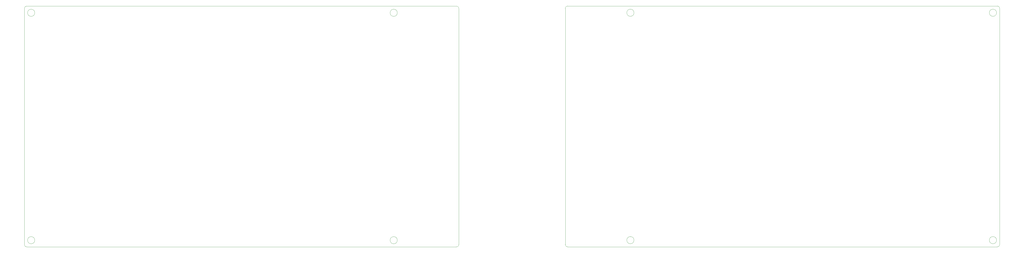
<source format=gbr>
%TF.GenerationSoftware,KiCad,Pcbnew,8.0.8*%
%TF.CreationDate,2025-03-06T07:07:31-06:00*%
%TF.ProjectId,keyboardv2,6b657962-6f61-4726-9476-322e6b696361,rev?*%
%TF.SameCoordinates,Original*%
%TF.FileFunction,Profile,NP*%
%FSLAX46Y46*%
G04 Gerber Fmt 4.6, Leading zero omitted, Abs format (unit mm)*
G04 Created by KiCad (PCBNEW 8.0.8) date 2025-03-06 07:07:31*
%MOMM*%
%LPD*%
G01*
G04 APERTURE LIST*
%TA.AperFunction,Profile*%
%ADD10C,0.050000*%
%TD*%
G04 APERTURE END LIST*
D10*
X226920000Y-69350000D02*
X226920000Y-69277500D01*
X452485000Y-69255000D02*
X452485000Y-167755000D01*
X451485000Y-68255000D02*
X413235000Y-68255000D01*
X452485000Y-167755000D02*
G75*
G02*
X451485000Y-168755000I-1000000J0D01*
G01*
X45770000Y-69277500D02*
X45770000Y-167777500D01*
X451185000Y-165955000D02*
G75*
G02*
X448185000Y-165955000I-1500000J0D01*
G01*
X448185000Y-165955000D02*
G75*
G02*
X451185000Y-165955000I1500000J0D01*
G01*
X201270000Y-71077500D02*
G75*
G02*
X198270000Y-71077500I-1500000J0D01*
G01*
X198270000Y-71077500D02*
G75*
G02*
X201270000Y-71077500I1500000J0D01*
G01*
X299985000Y-165955000D02*
G75*
G02*
X296985000Y-165955000I-1500000J0D01*
G01*
X296985000Y-165955000D02*
G75*
G02*
X299985000Y-165955000I1500000J0D01*
G01*
X413235000Y-68255000D02*
X272335000Y-68255000D01*
X271335000Y-69255000D02*
G75*
G02*
X272335000Y-68255000I1000000J0D01*
G01*
X46770000Y-168777500D02*
G75*
G02*
X45770000Y-167777500I0J1000000D01*
G01*
X45770000Y-69277500D02*
G75*
G02*
X46770000Y-68277500I1000000J0D01*
G01*
X299985000Y-71055000D02*
G75*
G02*
X296985000Y-71055000I-1500000J0D01*
G01*
X296985000Y-71055000D02*
G75*
G02*
X299985000Y-71055000I1500000J0D01*
G01*
X225920000Y-68277500D02*
X46770000Y-68277500D01*
X272335000Y-168755000D02*
G75*
G02*
X271335000Y-167755000I0J1000000D01*
G01*
X451485000Y-68255000D02*
G75*
G02*
X452485000Y-69255000I0J-1000000D01*
G01*
X226920000Y-69350000D02*
X226920000Y-167777500D01*
X201270000Y-165977500D02*
G75*
G02*
X198270000Y-165977500I-1500000J0D01*
G01*
X198270000Y-165977500D02*
G75*
G02*
X201270000Y-165977500I1500000J0D01*
G01*
X46770000Y-168777500D02*
X225800000Y-168777500D01*
X451185000Y-71055000D02*
G75*
G02*
X448185000Y-71055000I-1500000J0D01*
G01*
X448185000Y-71055000D02*
G75*
G02*
X451185000Y-71055000I1500000J0D01*
G01*
X272335000Y-168755000D02*
X451485000Y-168755000D01*
X225800000Y-168777500D02*
X225920000Y-168777500D01*
X271335000Y-69250000D02*
X271335000Y-167755000D01*
X226920000Y-167777500D02*
G75*
G02*
X225920000Y-168777500I-1000000J0D01*
G01*
X50070000Y-165977500D02*
G75*
G02*
X47070000Y-165977500I-1500000J0D01*
G01*
X47070000Y-165977500D02*
G75*
G02*
X50070000Y-165977500I1500000J0D01*
G01*
X50070000Y-71077500D02*
G75*
G02*
X47070000Y-71077500I-1500000J0D01*
G01*
X47070000Y-71077500D02*
G75*
G02*
X50070000Y-71077500I1500000J0D01*
G01*
X225920000Y-68277500D02*
G75*
G02*
X226920000Y-69277500I0J-1000000D01*
G01*
M02*

</source>
